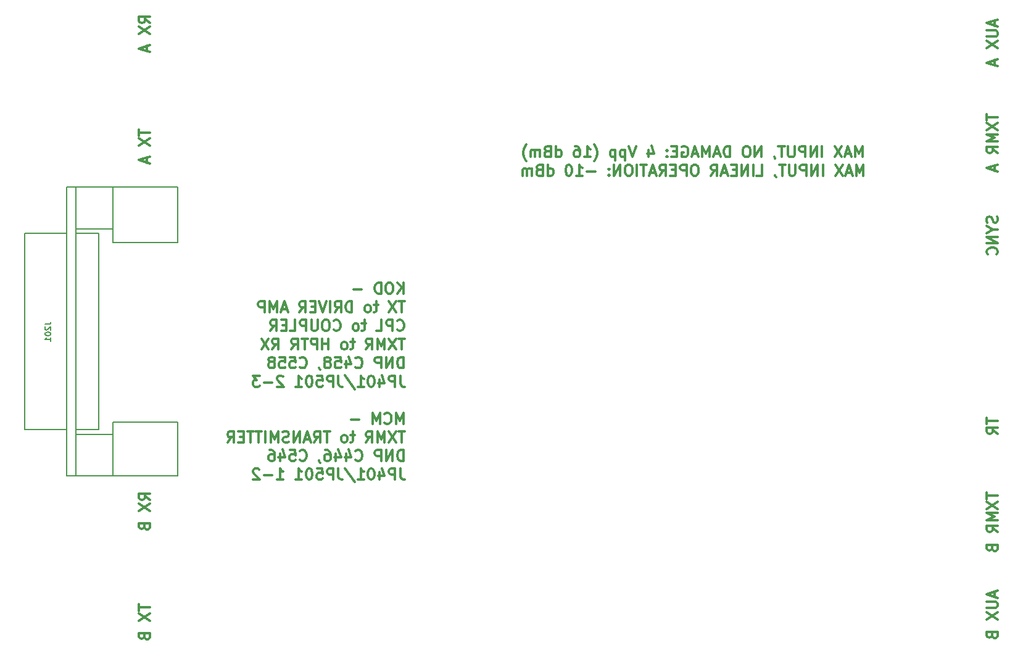
<source format=gbo>
G04 #@! TF.FileFunction,Legend,Bot*
%FSLAX46Y46*%
G04 Gerber Fmt 4.6, Leading zero omitted, Abs format (unit mm)*
G04 Created by KiCad (PCBNEW 4.0.7) date Tue Dec  5 10:08:44 2017*
%MOMM*%
%LPD*%
G01*
G04 APERTURE LIST*
%ADD10C,0.150000*%
%ADD11C,0.300000*%
G04 APERTURE END LIST*
D10*
D11*
X54018571Y-38921715D02*
X53304286Y-38421715D01*
X54018571Y-38064572D02*
X52518571Y-38064572D01*
X52518571Y-38636000D01*
X52590000Y-38778858D01*
X52661429Y-38850286D01*
X52804286Y-38921715D01*
X53018571Y-38921715D01*
X53161429Y-38850286D01*
X53232857Y-38778858D01*
X53304286Y-38636000D01*
X53304286Y-38064572D01*
X52518571Y-39421715D02*
X54018571Y-40421715D01*
X52518571Y-40421715D02*
X54018571Y-39421715D01*
X53590000Y-42064571D02*
X53590000Y-42778857D01*
X54018571Y-41921714D02*
X52518571Y-42421714D01*
X54018571Y-42921714D01*
X52518571Y-53522858D02*
X52518571Y-54380001D01*
X54018571Y-53951430D02*
X52518571Y-53951430D01*
X52518571Y-54737144D02*
X54018571Y-55737144D01*
X52518571Y-55737144D02*
X54018571Y-54737144D01*
X53590000Y-57380000D02*
X53590000Y-58094286D01*
X54018571Y-57237143D02*
X52518571Y-57737143D01*
X54018571Y-58237143D01*
X54018571Y-104346572D02*
X53304286Y-103846572D01*
X54018571Y-103489429D02*
X52518571Y-103489429D01*
X52518571Y-104060857D01*
X52590000Y-104203715D01*
X52661429Y-104275143D01*
X52804286Y-104346572D01*
X53018571Y-104346572D01*
X53161429Y-104275143D01*
X53232857Y-104203715D01*
X53304286Y-104060857D01*
X53304286Y-103489429D01*
X52518571Y-104846572D02*
X54018571Y-105846572D01*
X52518571Y-105846572D02*
X54018571Y-104846572D01*
X53232857Y-108060857D02*
X53304286Y-108275143D01*
X53375714Y-108346571D01*
X53518571Y-108418000D01*
X53732857Y-108418000D01*
X53875714Y-108346571D01*
X53947143Y-108275143D01*
X54018571Y-108132285D01*
X54018571Y-107560857D01*
X52518571Y-107560857D01*
X52518571Y-108060857D01*
X52590000Y-108203714D01*
X52661429Y-108275143D01*
X52804286Y-108346571D01*
X52947143Y-108346571D01*
X53090000Y-108275143D01*
X53161429Y-108203714D01*
X53232857Y-108060857D01*
X53232857Y-107560857D01*
X52518571Y-118693715D02*
X52518571Y-119550858D01*
X54018571Y-119122287D02*
X52518571Y-119122287D01*
X52518571Y-119908001D02*
X54018571Y-120908001D01*
X52518571Y-120908001D02*
X54018571Y-119908001D01*
X53232857Y-123122286D02*
X53304286Y-123336572D01*
X53375714Y-123408000D01*
X53518571Y-123479429D01*
X53732857Y-123479429D01*
X53875714Y-123408000D01*
X53947143Y-123336572D01*
X54018571Y-123193714D01*
X54018571Y-122622286D01*
X52518571Y-122622286D01*
X52518571Y-123122286D01*
X52590000Y-123265143D01*
X52661429Y-123336572D01*
X52804286Y-123408000D01*
X52947143Y-123408000D01*
X53090000Y-123336572D01*
X53161429Y-123265143D01*
X53232857Y-123122286D01*
X53232857Y-122622286D01*
X169922000Y-116963429D02*
X169922000Y-117677715D01*
X170350571Y-116820572D02*
X168850571Y-117320572D01*
X170350571Y-117820572D01*
X168850571Y-118320572D02*
X170064857Y-118320572D01*
X170207714Y-118392000D01*
X170279143Y-118463429D01*
X170350571Y-118606286D01*
X170350571Y-118892000D01*
X170279143Y-119034858D01*
X170207714Y-119106286D01*
X170064857Y-119177715D01*
X168850571Y-119177715D01*
X168850571Y-119749144D02*
X170350571Y-120749144D01*
X168850571Y-120749144D02*
X170350571Y-119749144D01*
X169564857Y-122963429D02*
X169636286Y-123177715D01*
X169707714Y-123249143D01*
X169850571Y-123320572D01*
X170064857Y-123320572D01*
X170207714Y-123249143D01*
X170279143Y-123177715D01*
X170350571Y-123034857D01*
X170350571Y-122463429D01*
X168850571Y-122463429D01*
X168850571Y-122963429D01*
X168922000Y-123106286D01*
X168993429Y-123177715D01*
X169136286Y-123249143D01*
X169279143Y-123249143D01*
X169422000Y-123177715D01*
X169493429Y-123106286D01*
X169564857Y-122963429D01*
X169564857Y-122463429D01*
X168850571Y-103370572D02*
X168850571Y-104227715D01*
X170350571Y-103799144D02*
X168850571Y-103799144D01*
X168850571Y-104584858D02*
X170350571Y-105584858D01*
X168850571Y-105584858D02*
X170350571Y-104584858D01*
X170350571Y-106156286D02*
X168850571Y-106156286D01*
X169922000Y-106656286D01*
X168850571Y-107156286D01*
X170350571Y-107156286D01*
X170350571Y-108727715D02*
X169636286Y-108227715D01*
X170350571Y-107870572D02*
X168850571Y-107870572D01*
X168850571Y-108442000D01*
X168922000Y-108584858D01*
X168993429Y-108656286D01*
X169136286Y-108727715D01*
X169350571Y-108727715D01*
X169493429Y-108656286D01*
X169564857Y-108584858D01*
X169636286Y-108442000D01*
X169636286Y-107870572D01*
X169564857Y-111013429D02*
X169636286Y-111227715D01*
X169707714Y-111299143D01*
X169850571Y-111370572D01*
X170064857Y-111370572D01*
X170207714Y-111299143D01*
X170279143Y-111227715D01*
X170350571Y-111084857D01*
X170350571Y-110513429D01*
X168850571Y-110513429D01*
X168850571Y-111013429D01*
X168922000Y-111156286D01*
X168993429Y-111227715D01*
X169136286Y-111299143D01*
X169279143Y-111299143D01*
X169422000Y-111227715D01*
X169493429Y-111156286D01*
X169564857Y-111013429D01*
X169564857Y-110513429D01*
X168850571Y-93055429D02*
X168850571Y-93912572D01*
X170350571Y-93484001D02*
X168850571Y-93484001D01*
X170350571Y-95269715D02*
X169636286Y-94769715D01*
X170350571Y-94412572D02*
X168850571Y-94412572D01*
X168850571Y-94984000D01*
X168922000Y-95126858D01*
X168993429Y-95198286D01*
X169136286Y-95269715D01*
X169350571Y-95269715D01*
X169493429Y-95198286D01*
X169564857Y-95126858D01*
X169636286Y-94984000D01*
X169636286Y-94412572D01*
X170279143Y-65464857D02*
X170350571Y-65679143D01*
X170350571Y-66036286D01*
X170279143Y-66179143D01*
X170207714Y-66250572D01*
X170064857Y-66322000D01*
X169922000Y-66322000D01*
X169779143Y-66250572D01*
X169707714Y-66179143D01*
X169636286Y-66036286D01*
X169564857Y-65750572D01*
X169493429Y-65607714D01*
X169422000Y-65536286D01*
X169279143Y-65464857D01*
X169136286Y-65464857D01*
X168993429Y-65536286D01*
X168922000Y-65607714D01*
X168850571Y-65750572D01*
X168850571Y-66107714D01*
X168922000Y-66322000D01*
X169636286Y-67250571D02*
X170350571Y-67250571D01*
X168850571Y-66750571D02*
X169636286Y-67250571D01*
X168850571Y-67750571D01*
X170350571Y-68250571D02*
X168850571Y-68250571D01*
X170350571Y-69107714D01*
X168850571Y-69107714D01*
X170207714Y-70679143D02*
X170279143Y-70607714D01*
X170350571Y-70393428D01*
X170350571Y-70250571D01*
X170279143Y-70036286D01*
X170136286Y-69893428D01*
X169993429Y-69822000D01*
X169707714Y-69750571D01*
X169493429Y-69750571D01*
X169207714Y-69822000D01*
X169064857Y-69893428D01*
X168922000Y-70036286D01*
X168850571Y-70250571D01*
X168850571Y-70393428D01*
X168922000Y-70607714D01*
X168993429Y-70679143D01*
X168850571Y-51407715D02*
X168850571Y-52264858D01*
X170350571Y-51836287D02*
X168850571Y-51836287D01*
X168850571Y-52622001D02*
X170350571Y-53622001D01*
X168850571Y-53622001D02*
X170350571Y-52622001D01*
X170350571Y-54193429D02*
X168850571Y-54193429D01*
X169922000Y-54693429D01*
X168850571Y-55193429D01*
X170350571Y-55193429D01*
X170350571Y-56764858D02*
X169636286Y-56264858D01*
X170350571Y-55907715D02*
X168850571Y-55907715D01*
X168850571Y-56479143D01*
X168922000Y-56622001D01*
X168993429Y-56693429D01*
X169136286Y-56764858D01*
X169350571Y-56764858D01*
X169493429Y-56693429D01*
X169564857Y-56622001D01*
X169636286Y-56479143D01*
X169636286Y-55907715D01*
X169922000Y-58479143D02*
X169922000Y-59193429D01*
X170350571Y-58336286D02*
X168850571Y-58836286D01*
X170350571Y-59336286D01*
X169922000Y-38584572D02*
X169922000Y-39298858D01*
X170350571Y-38441715D02*
X168850571Y-38941715D01*
X170350571Y-39441715D01*
X168850571Y-39941715D02*
X170064857Y-39941715D01*
X170207714Y-40013143D01*
X170279143Y-40084572D01*
X170350571Y-40227429D01*
X170350571Y-40513143D01*
X170279143Y-40656001D01*
X170207714Y-40727429D01*
X170064857Y-40798858D01*
X168850571Y-40798858D01*
X168850571Y-41370287D02*
X170350571Y-42370287D01*
X168850571Y-42370287D02*
X170350571Y-41370287D01*
X169922000Y-44013143D02*
X169922000Y-44727429D01*
X170350571Y-43870286D02*
X168850571Y-44370286D01*
X170350571Y-44870286D01*
X88796857Y-76066571D02*
X88796857Y-74566571D01*
X87939714Y-76066571D02*
X88582571Y-75209429D01*
X87939714Y-74566571D02*
X88796857Y-75423714D01*
X87011143Y-74566571D02*
X86725429Y-74566571D01*
X86582571Y-74638000D01*
X86439714Y-74780857D01*
X86368286Y-75066571D01*
X86368286Y-75566571D01*
X86439714Y-75852286D01*
X86582571Y-75995143D01*
X86725429Y-76066571D01*
X87011143Y-76066571D01*
X87154000Y-75995143D01*
X87296857Y-75852286D01*
X87368286Y-75566571D01*
X87368286Y-75066571D01*
X87296857Y-74780857D01*
X87154000Y-74638000D01*
X87011143Y-74566571D01*
X85725428Y-76066571D02*
X85725428Y-74566571D01*
X85368285Y-74566571D01*
X85154000Y-74638000D01*
X85011142Y-74780857D01*
X84939714Y-74923714D01*
X84868285Y-75209429D01*
X84868285Y-75423714D01*
X84939714Y-75709429D01*
X85011142Y-75852286D01*
X85154000Y-75995143D01*
X85368285Y-76066571D01*
X85725428Y-76066571D01*
X83082571Y-75495143D02*
X81939714Y-75495143D01*
X89011143Y-77116571D02*
X88154000Y-77116571D01*
X88582571Y-78616571D02*
X88582571Y-77116571D01*
X87796857Y-77116571D02*
X86796857Y-78616571D01*
X86796857Y-77116571D02*
X87796857Y-78616571D01*
X85296858Y-77616571D02*
X84725429Y-77616571D01*
X85082572Y-77116571D02*
X85082572Y-78402286D01*
X85011144Y-78545143D01*
X84868286Y-78616571D01*
X84725429Y-78616571D01*
X84011143Y-78616571D02*
X84154001Y-78545143D01*
X84225429Y-78473714D01*
X84296858Y-78330857D01*
X84296858Y-77902286D01*
X84225429Y-77759429D01*
X84154001Y-77688000D01*
X84011143Y-77616571D01*
X83796858Y-77616571D01*
X83654001Y-77688000D01*
X83582572Y-77759429D01*
X83511143Y-77902286D01*
X83511143Y-78330857D01*
X83582572Y-78473714D01*
X83654001Y-78545143D01*
X83796858Y-78616571D01*
X84011143Y-78616571D01*
X81725429Y-78616571D02*
X81725429Y-77116571D01*
X81368286Y-77116571D01*
X81154001Y-77188000D01*
X81011143Y-77330857D01*
X80939715Y-77473714D01*
X80868286Y-77759429D01*
X80868286Y-77973714D01*
X80939715Y-78259429D01*
X81011143Y-78402286D01*
X81154001Y-78545143D01*
X81368286Y-78616571D01*
X81725429Y-78616571D01*
X79368286Y-78616571D02*
X79868286Y-77902286D01*
X80225429Y-78616571D02*
X80225429Y-77116571D01*
X79654001Y-77116571D01*
X79511143Y-77188000D01*
X79439715Y-77259429D01*
X79368286Y-77402286D01*
X79368286Y-77616571D01*
X79439715Y-77759429D01*
X79511143Y-77830857D01*
X79654001Y-77902286D01*
X80225429Y-77902286D01*
X78725429Y-78616571D02*
X78725429Y-77116571D01*
X78225429Y-77116571D02*
X77725429Y-78616571D01*
X77225429Y-77116571D01*
X76725429Y-77830857D02*
X76225429Y-77830857D01*
X76011143Y-78616571D02*
X76725429Y-78616571D01*
X76725429Y-77116571D01*
X76011143Y-77116571D01*
X74511143Y-78616571D02*
X75011143Y-77902286D01*
X75368286Y-78616571D02*
X75368286Y-77116571D01*
X74796858Y-77116571D01*
X74654000Y-77188000D01*
X74582572Y-77259429D01*
X74511143Y-77402286D01*
X74511143Y-77616571D01*
X74582572Y-77759429D01*
X74654000Y-77830857D01*
X74796858Y-77902286D01*
X75368286Y-77902286D01*
X72796858Y-78188000D02*
X72082572Y-78188000D01*
X72939715Y-78616571D02*
X72439715Y-77116571D01*
X71939715Y-78616571D01*
X71439715Y-78616571D02*
X71439715Y-77116571D01*
X70939715Y-78188000D01*
X70439715Y-77116571D01*
X70439715Y-78616571D01*
X69725429Y-78616571D02*
X69725429Y-77116571D01*
X69154001Y-77116571D01*
X69011143Y-77188000D01*
X68939715Y-77259429D01*
X68868286Y-77402286D01*
X68868286Y-77616571D01*
X68939715Y-77759429D01*
X69011143Y-77830857D01*
X69154001Y-77902286D01*
X69725429Y-77902286D01*
X87939714Y-81023714D02*
X88011143Y-81095143D01*
X88225429Y-81166571D01*
X88368286Y-81166571D01*
X88582571Y-81095143D01*
X88725429Y-80952286D01*
X88796857Y-80809429D01*
X88868286Y-80523714D01*
X88868286Y-80309429D01*
X88796857Y-80023714D01*
X88725429Y-79880857D01*
X88582571Y-79738000D01*
X88368286Y-79666571D01*
X88225429Y-79666571D01*
X88011143Y-79738000D01*
X87939714Y-79809429D01*
X87296857Y-81166571D02*
X87296857Y-79666571D01*
X86725429Y-79666571D01*
X86582571Y-79738000D01*
X86511143Y-79809429D01*
X86439714Y-79952286D01*
X86439714Y-80166571D01*
X86511143Y-80309429D01*
X86582571Y-80380857D01*
X86725429Y-80452286D01*
X87296857Y-80452286D01*
X85082571Y-81166571D02*
X85796857Y-81166571D01*
X85796857Y-79666571D01*
X83654000Y-80166571D02*
X83082571Y-80166571D01*
X83439714Y-79666571D02*
X83439714Y-80952286D01*
X83368286Y-81095143D01*
X83225428Y-81166571D01*
X83082571Y-81166571D01*
X82368285Y-81166571D02*
X82511143Y-81095143D01*
X82582571Y-81023714D01*
X82654000Y-80880857D01*
X82654000Y-80452286D01*
X82582571Y-80309429D01*
X82511143Y-80238000D01*
X82368285Y-80166571D01*
X82154000Y-80166571D01*
X82011143Y-80238000D01*
X81939714Y-80309429D01*
X81868285Y-80452286D01*
X81868285Y-80880857D01*
X81939714Y-81023714D01*
X82011143Y-81095143D01*
X82154000Y-81166571D01*
X82368285Y-81166571D01*
X79225428Y-81023714D02*
X79296857Y-81095143D01*
X79511143Y-81166571D01*
X79654000Y-81166571D01*
X79868285Y-81095143D01*
X80011143Y-80952286D01*
X80082571Y-80809429D01*
X80154000Y-80523714D01*
X80154000Y-80309429D01*
X80082571Y-80023714D01*
X80011143Y-79880857D01*
X79868285Y-79738000D01*
X79654000Y-79666571D01*
X79511143Y-79666571D01*
X79296857Y-79738000D01*
X79225428Y-79809429D01*
X78296857Y-79666571D02*
X78011143Y-79666571D01*
X77868285Y-79738000D01*
X77725428Y-79880857D01*
X77654000Y-80166571D01*
X77654000Y-80666571D01*
X77725428Y-80952286D01*
X77868285Y-81095143D01*
X78011143Y-81166571D01*
X78296857Y-81166571D01*
X78439714Y-81095143D01*
X78582571Y-80952286D01*
X78654000Y-80666571D01*
X78654000Y-80166571D01*
X78582571Y-79880857D01*
X78439714Y-79738000D01*
X78296857Y-79666571D01*
X77011142Y-79666571D02*
X77011142Y-80880857D01*
X76939714Y-81023714D01*
X76868285Y-81095143D01*
X76725428Y-81166571D01*
X76439714Y-81166571D01*
X76296856Y-81095143D01*
X76225428Y-81023714D01*
X76153999Y-80880857D01*
X76153999Y-79666571D01*
X75439713Y-81166571D02*
X75439713Y-79666571D01*
X74868285Y-79666571D01*
X74725427Y-79738000D01*
X74653999Y-79809429D01*
X74582570Y-79952286D01*
X74582570Y-80166571D01*
X74653999Y-80309429D01*
X74725427Y-80380857D01*
X74868285Y-80452286D01*
X75439713Y-80452286D01*
X73225427Y-81166571D02*
X73939713Y-81166571D01*
X73939713Y-79666571D01*
X72725427Y-80380857D02*
X72225427Y-80380857D01*
X72011141Y-81166571D02*
X72725427Y-81166571D01*
X72725427Y-79666571D01*
X72011141Y-79666571D01*
X70511141Y-81166571D02*
X71011141Y-80452286D01*
X71368284Y-81166571D02*
X71368284Y-79666571D01*
X70796856Y-79666571D01*
X70653998Y-79738000D01*
X70582570Y-79809429D01*
X70511141Y-79952286D01*
X70511141Y-80166571D01*
X70582570Y-80309429D01*
X70653998Y-80380857D01*
X70796856Y-80452286D01*
X71368284Y-80452286D01*
X89011143Y-82216571D02*
X88154000Y-82216571D01*
X88582571Y-83716571D02*
X88582571Y-82216571D01*
X87796857Y-82216571D02*
X86796857Y-83716571D01*
X86796857Y-82216571D02*
X87796857Y-83716571D01*
X86225429Y-83716571D02*
X86225429Y-82216571D01*
X85725429Y-83288000D01*
X85225429Y-82216571D01*
X85225429Y-83716571D01*
X83654000Y-83716571D02*
X84154000Y-83002286D01*
X84511143Y-83716571D02*
X84511143Y-82216571D01*
X83939715Y-82216571D01*
X83796857Y-82288000D01*
X83725429Y-82359429D01*
X83654000Y-82502286D01*
X83654000Y-82716571D01*
X83725429Y-82859429D01*
X83796857Y-82930857D01*
X83939715Y-83002286D01*
X84511143Y-83002286D01*
X82082572Y-82716571D02*
X81511143Y-82716571D01*
X81868286Y-82216571D02*
X81868286Y-83502286D01*
X81796858Y-83645143D01*
X81654000Y-83716571D01*
X81511143Y-83716571D01*
X80796857Y-83716571D02*
X80939715Y-83645143D01*
X81011143Y-83573714D01*
X81082572Y-83430857D01*
X81082572Y-83002286D01*
X81011143Y-82859429D01*
X80939715Y-82788000D01*
X80796857Y-82716571D01*
X80582572Y-82716571D01*
X80439715Y-82788000D01*
X80368286Y-82859429D01*
X80296857Y-83002286D01*
X80296857Y-83430857D01*
X80368286Y-83573714D01*
X80439715Y-83645143D01*
X80582572Y-83716571D01*
X80796857Y-83716571D01*
X78511143Y-83716571D02*
X78511143Y-82216571D01*
X78511143Y-82930857D02*
X77654000Y-82930857D01*
X77654000Y-83716571D02*
X77654000Y-82216571D01*
X76939714Y-83716571D02*
X76939714Y-82216571D01*
X76368286Y-82216571D01*
X76225428Y-82288000D01*
X76154000Y-82359429D01*
X76082571Y-82502286D01*
X76082571Y-82716571D01*
X76154000Y-82859429D01*
X76225428Y-82930857D01*
X76368286Y-83002286D01*
X76939714Y-83002286D01*
X75654000Y-82216571D02*
X74796857Y-82216571D01*
X75225428Y-83716571D02*
X75225428Y-82216571D01*
X73439714Y-83716571D02*
X73939714Y-83002286D01*
X74296857Y-83716571D02*
X74296857Y-82216571D01*
X73725429Y-82216571D01*
X73582571Y-82288000D01*
X73511143Y-82359429D01*
X73439714Y-82502286D01*
X73439714Y-82716571D01*
X73511143Y-82859429D01*
X73582571Y-82930857D01*
X73725429Y-83002286D01*
X74296857Y-83002286D01*
X70796857Y-83716571D02*
X71296857Y-83002286D01*
X71654000Y-83716571D02*
X71654000Y-82216571D01*
X71082572Y-82216571D01*
X70939714Y-82288000D01*
X70868286Y-82359429D01*
X70796857Y-82502286D01*
X70796857Y-82716571D01*
X70868286Y-82859429D01*
X70939714Y-82930857D01*
X71082572Y-83002286D01*
X71654000Y-83002286D01*
X70296857Y-82216571D02*
X69296857Y-83716571D01*
X69296857Y-82216571D02*
X70296857Y-83716571D01*
X88796857Y-86266571D02*
X88796857Y-84766571D01*
X88439714Y-84766571D01*
X88225429Y-84838000D01*
X88082571Y-84980857D01*
X88011143Y-85123714D01*
X87939714Y-85409429D01*
X87939714Y-85623714D01*
X88011143Y-85909429D01*
X88082571Y-86052286D01*
X88225429Y-86195143D01*
X88439714Y-86266571D01*
X88796857Y-86266571D01*
X87296857Y-86266571D02*
X87296857Y-84766571D01*
X86439714Y-86266571D01*
X86439714Y-84766571D01*
X85725428Y-86266571D02*
X85725428Y-84766571D01*
X85154000Y-84766571D01*
X85011142Y-84838000D01*
X84939714Y-84909429D01*
X84868285Y-85052286D01*
X84868285Y-85266571D01*
X84939714Y-85409429D01*
X85011142Y-85480857D01*
X85154000Y-85552286D01*
X85725428Y-85552286D01*
X82225428Y-86123714D02*
X82296857Y-86195143D01*
X82511143Y-86266571D01*
X82654000Y-86266571D01*
X82868285Y-86195143D01*
X83011143Y-86052286D01*
X83082571Y-85909429D01*
X83154000Y-85623714D01*
X83154000Y-85409429D01*
X83082571Y-85123714D01*
X83011143Y-84980857D01*
X82868285Y-84838000D01*
X82654000Y-84766571D01*
X82511143Y-84766571D01*
X82296857Y-84838000D01*
X82225428Y-84909429D01*
X80939714Y-85266571D02*
X80939714Y-86266571D01*
X81296857Y-84695143D02*
X81654000Y-85766571D01*
X80725428Y-85766571D01*
X79439714Y-84766571D02*
X80154000Y-84766571D01*
X80225429Y-85480857D01*
X80154000Y-85409429D01*
X80011143Y-85338000D01*
X79654000Y-85338000D01*
X79511143Y-85409429D01*
X79439714Y-85480857D01*
X79368286Y-85623714D01*
X79368286Y-85980857D01*
X79439714Y-86123714D01*
X79511143Y-86195143D01*
X79654000Y-86266571D01*
X80011143Y-86266571D01*
X80154000Y-86195143D01*
X80225429Y-86123714D01*
X78511143Y-85409429D02*
X78654001Y-85338000D01*
X78725429Y-85266571D01*
X78796858Y-85123714D01*
X78796858Y-85052286D01*
X78725429Y-84909429D01*
X78654001Y-84838000D01*
X78511143Y-84766571D01*
X78225429Y-84766571D01*
X78082572Y-84838000D01*
X78011143Y-84909429D01*
X77939715Y-85052286D01*
X77939715Y-85123714D01*
X78011143Y-85266571D01*
X78082572Y-85338000D01*
X78225429Y-85409429D01*
X78511143Y-85409429D01*
X78654001Y-85480857D01*
X78725429Y-85552286D01*
X78796858Y-85695143D01*
X78796858Y-85980857D01*
X78725429Y-86123714D01*
X78654001Y-86195143D01*
X78511143Y-86266571D01*
X78225429Y-86266571D01*
X78082572Y-86195143D01*
X78011143Y-86123714D01*
X77939715Y-85980857D01*
X77939715Y-85695143D01*
X78011143Y-85552286D01*
X78082572Y-85480857D01*
X78225429Y-85409429D01*
X77225430Y-86195143D02*
X77225430Y-86266571D01*
X77296858Y-86409429D01*
X77368287Y-86480857D01*
X74582572Y-86123714D02*
X74654001Y-86195143D01*
X74868287Y-86266571D01*
X75011144Y-86266571D01*
X75225429Y-86195143D01*
X75368287Y-86052286D01*
X75439715Y-85909429D01*
X75511144Y-85623714D01*
X75511144Y-85409429D01*
X75439715Y-85123714D01*
X75368287Y-84980857D01*
X75225429Y-84838000D01*
X75011144Y-84766571D01*
X74868287Y-84766571D01*
X74654001Y-84838000D01*
X74582572Y-84909429D01*
X73225429Y-84766571D02*
X73939715Y-84766571D01*
X74011144Y-85480857D01*
X73939715Y-85409429D01*
X73796858Y-85338000D01*
X73439715Y-85338000D01*
X73296858Y-85409429D01*
X73225429Y-85480857D01*
X73154001Y-85623714D01*
X73154001Y-85980857D01*
X73225429Y-86123714D01*
X73296858Y-86195143D01*
X73439715Y-86266571D01*
X73796858Y-86266571D01*
X73939715Y-86195143D01*
X74011144Y-86123714D01*
X71796858Y-84766571D02*
X72511144Y-84766571D01*
X72582573Y-85480857D01*
X72511144Y-85409429D01*
X72368287Y-85338000D01*
X72011144Y-85338000D01*
X71868287Y-85409429D01*
X71796858Y-85480857D01*
X71725430Y-85623714D01*
X71725430Y-85980857D01*
X71796858Y-86123714D01*
X71868287Y-86195143D01*
X72011144Y-86266571D01*
X72368287Y-86266571D01*
X72511144Y-86195143D01*
X72582573Y-86123714D01*
X70868287Y-85409429D02*
X71011145Y-85338000D01*
X71082573Y-85266571D01*
X71154002Y-85123714D01*
X71154002Y-85052286D01*
X71082573Y-84909429D01*
X71011145Y-84838000D01*
X70868287Y-84766571D01*
X70582573Y-84766571D01*
X70439716Y-84838000D01*
X70368287Y-84909429D01*
X70296859Y-85052286D01*
X70296859Y-85123714D01*
X70368287Y-85266571D01*
X70439716Y-85338000D01*
X70582573Y-85409429D01*
X70868287Y-85409429D01*
X71011145Y-85480857D01*
X71082573Y-85552286D01*
X71154002Y-85695143D01*
X71154002Y-85980857D01*
X71082573Y-86123714D01*
X71011145Y-86195143D01*
X70868287Y-86266571D01*
X70582573Y-86266571D01*
X70439716Y-86195143D01*
X70368287Y-86123714D01*
X70296859Y-85980857D01*
X70296859Y-85695143D01*
X70368287Y-85552286D01*
X70439716Y-85480857D01*
X70582573Y-85409429D01*
X88368286Y-87316571D02*
X88368286Y-88388000D01*
X88439714Y-88602286D01*
X88582571Y-88745143D01*
X88796857Y-88816571D01*
X88939714Y-88816571D01*
X87654000Y-88816571D02*
X87654000Y-87316571D01*
X87082572Y-87316571D01*
X86939714Y-87388000D01*
X86868286Y-87459429D01*
X86796857Y-87602286D01*
X86796857Y-87816571D01*
X86868286Y-87959429D01*
X86939714Y-88030857D01*
X87082572Y-88102286D01*
X87654000Y-88102286D01*
X85511143Y-87816571D02*
X85511143Y-88816571D01*
X85868286Y-87245143D02*
X86225429Y-88316571D01*
X85296857Y-88316571D01*
X84439715Y-87316571D02*
X84296858Y-87316571D01*
X84154001Y-87388000D01*
X84082572Y-87459429D01*
X84011143Y-87602286D01*
X83939715Y-87888000D01*
X83939715Y-88245143D01*
X84011143Y-88530857D01*
X84082572Y-88673714D01*
X84154001Y-88745143D01*
X84296858Y-88816571D01*
X84439715Y-88816571D01*
X84582572Y-88745143D01*
X84654001Y-88673714D01*
X84725429Y-88530857D01*
X84796858Y-88245143D01*
X84796858Y-87888000D01*
X84725429Y-87602286D01*
X84654001Y-87459429D01*
X84582572Y-87388000D01*
X84439715Y-87316571D01*
X82511144Y-88816571D02*
X83368287Y-88816571D01*
X82939715Y-88816571D02*
X82939715Y-87316571D01*
X83082572Y-87530857D01*
X83225430Y-87673714D01*
X83368287Y-87745143D01*
X80796859Y-87245143D02*
X82082573Y-89173714D01*
X79868287Y-87316571D02*
X79868287Y-88388000D01*
X79939715Y-88602286D01*
X80082572Y-88745143D01*
X80296858Y-88816571D01*
X80439715Y-88816571D01*
X79154001Y-88816571D02*
X79154001Y-87316571D01*
X78582573Y-87316571D01*
X78439715Y-87388000D01*
X78368287Y-87459429D01*
X78296858Y-87602286D01*
X78296858Y-87816571D01*
X78368287Y-87959429D01*
X78439715Y-88030857D01*
X78582573Y-88102286D01*
X79154001Y-88102286D01*
X76939715Y-87316571D02*
X77654001Y-87316571D01*
X77725430Y-88030857D01*
X77654001Y-87959429D01*
X77511144Y-87888000D01*
X77154001Y-87888000D01*
X77011144Y-87959429D01*
X76939715Y-88030857D01*
X76868287Y-88173714D01*
X76868287Y-88530857D01*
X76939715Y-88673714D01*
X77011144Y-88745143D01*
X77154001Y-88816571D01*
X77511144Y-88816571D01*
X77654001Y-88745143D01*
X77725430Y-88673714D01*
X75939716Y-87316571D02*
X75796859Y-87316571D01*
X75654002Y-87388000D01*
X75582573Y-87459429D01*
X75511144Y-87602286D01*
X75439716Y-87888000D01*
X75439716Y-88245143D01*
X75511144Y-88530857D01*
X75582573Y-88673714D01*
X75654002Y-88745143D01*
X75796859Y-88816571D01*
X75939716Y-88816571D01*
X76082573Y-88745143D01*
X76154002Y-88673714D01*
X76225430Y-88530857D01*
X76296859Y-88245143D01*
X76296859Y-87888000D01*
X76225430Y-87602286D01*
X76154002Y-87459429D01*
X76082573Y-87388000D01*
X75939716Y-87316571D01*
X74011145Y-88816571D02*
X74868288Y-88816571D01*
X74439716Y-88816571D02*
X74439716Y-87316571D01*
X74582573Y-87530857D01*
X74725431Y-87673714D01*
X74868288Y-87745143D01*
X72296860Y-87459429D02*
X72225431Y-87388000D01*
X72082574Y-87316571D01*
X71725431Y-87316571D01*
X71582574Y-87388000D01*
X71511145Y-87459429D01*
X71439717Y-87602286D01*
X71439717Y-87745143D01*
X71511145Y-87959429D01*
X72368288Y-88816571D01*
X71439717Y-88816571D01*
X70796860Y-88245143D02*
X69654003Y-88245143D01*
X69082574Y-87316571D02*
X68154003Y-87316571D01*
X68654003Y-87888000D01*
X68439717Y-87888000D01*
X68296860Y-87959429D01*
X68225431Y-88030857D01*
X68154003Y-88173714D01*
X68154003Y-88530857D01*
X68225431Y-88673714D01*
X68296860Y-88745143D01*
X68439717Y-88816571D01*
X68868289Y-88816571D01*
X69011146Y-88745143D01*
X69082574Y-88673714D01*
X88796857Y-93916571D02*
X88796857Y-92416571D01*
X88296857Y-93488000D01*
X87796857Y-92416571D01*
X87796857Y-93916571D01*
X86225428Y-93773714D02*
X86296857Y-93845143D01*
X86511143Y-93916571D01*
X86654000Y-93916571D01*
X86868285Y-93845143D01*
X87011143Y-93702286D01*
X87082571Y-93559429D01*
X87154000Y-93273714D01*
X87154000Y-93059429D01*
X87082571Y-92773714D01*
X87011143Y-92630857D01*
X86868285Y-92488000D01*
X86654000Y-92416571D01*
X86511143Y-92416571D01*
X86296857Y-92488000D01*
X86225428Y-92559429D01*
X85582571Y-93916571D02*
X85582571Y-92416571D01*
X85082571Y-93488000D01*
X84582571Y-92416571D01*
X84582571Y-93916571D01*
X82725428Y-93345143D02*
X81582571Y-93345143D01*
X89011143Y-94966571D02*
X88154000Y-94966571D01*
X88582571Y-96466571D02*
X88582571Y-94966571D01*
X87796857Y-94966571D02*
X86796857Y-96466571D01*
X86796857Y-94966571D02*
X87796857Y-96466571D01*
X86225429Y-96466571D02*
X86225429Y-94966571D01*
X85725429Y-96038000D01*
X85225429Y-94966571D01*
X85225429Y-96466571D01*
X83654000Y-96466571D02*
X84154000Y-95752286D01*
X84511143Y-96466571D02*
X84511143Y-94966571D01*
X83939715Y-94966571D01*
X83796857Y-95038000D01*
X83725429Y-95109429D01*
X83654000Y-95252286D01*
X83654000Y-95466571D01*
X83725429Y-95609429D01*
X83796857Y-95680857D01*
X83939715Y-95752286D01*
X84511143Y-95752286D01*
X82082572Y-95466571D02*
X81511143Y-95466571D01*
X81868286Y-94966571D02*
X81868286Y-96252286D01*
X81796858Y-96395143D01*
X81654000Y-96466571D01*
X81511143Y-96466571D01*
X80796857Y-96466571D02*
X80939715Y-96395143D01*
X81011143Y-96323714D01*
X81082572Y-96180857D01*
X81082572Y-95752286D01*
X81011143Y-95609429D01*
X80939715Y-95538000D01*
X80796857Y-95466571D01*
X80582572Y-95466571D01*
X80439715Y-95538000D01*
X80368286Y-95609429D01*
X80296857Y-95752286D01*
X80296857Y-96180857D01*
X80368286Y-96323714D01*
X80439715Y-96395143D01*
X80582572Y-96466571D01*
X80796857Y-96466571D01*
X78725429Y-94966571D02*
X77868286Y-94966571D01*
X78296857Y-96466571D02*
X78296857Y-94966571D01*
X76511143Y-96466571D02*
X77011143Y-95752286D01*
X77368286Y-96466571D02*
X77368286Y-94966571D01*
X76796858Y-94966571D01*
X76654000Y-95038000D01*
X76582572Y-95109429D01*
X76511143Y-95252286D01*
X76511143Y-95466571D01*
X76582572Y-95609429D01*
X76654000Y-95680857D01*
X76796858Y-95752286D01*
X77368286Y-95752286D01*
X75939715Y-96038000D02*
X75225429Y-96038000D01*
X76082572Y-96466571D02*
X75582572Y-94966571D01*
X75082572Y-96466571D01*
X74582572Y-96466571D02*
X74582572Y-94966571D01*
X73725429Y-96466571D01*
X73725429Y-94966571D01*
X73082572Y-96395143D02*
X72868286Y-96466571D01*
X72511143Y-96466571D01*
X72368286Y-96395143D01*
X72296857Y-96323714D01*
X72225429Y-96180857D01*
X72225429Y-96038000D01*
X72296857Y-95895143D01*
X72368286Y-95823714D01*
X72511143Y-95752286D01*
X72796857Y-95680857D01*
X72939715Y-95609429D01*
X73011143Y-95538000D01*
X73082572Y-95395143D01*
X73082572Y-95252286D01*
X73011143Y-95109429D01*
X72939715Y-95038000D01*
X72796857Y-94966571D01*
X72439715Y-94966571D01*
X72225429Y-95038000D01*
X71582572Y-96466571D02*
X71582572Y-94966571D01*
X71082572Y-96038000D01*
X70582572Y-94966571D01*
X70582572Y-96466571D01*
X69868286Y-96466571D02*
X69868286Y-94966571D01*
X69368286Y-94966571D02*
X68511143Y-94966571D01*
X68939714Y-96466571D02*
X68939714Y-94966571D01*
X68225429Y-94966571D02*
X67368286Y-94966571D01*
X67796857Y-96466571D02*
X67796857Y-94966571D01*
X66868286Y-95680857D02*
X66368286Y-95680857D01*
X66154000Y-96466571D02*
X66868286Y-96466571D01*
X66868286Y-94966571D01*
X66154000Y-94966571D01*
X64654000Y-96466571D02*
X65154000Y-95752286D01*
X65511143Y-96466571D02*
X65511143Y-94966571D01*
X64939715Y-94966571D01*
X64796857Y-95038000D01*
X64725429Y-95109429D01*
X64654000Y-95252286D01*
X64654000Y-95466571D01*
X64725429Y-95609429D01*
X64796857Y-95680857D01*
X64939715Y-95752286D01*
X65511143Y-95752286D01*
X88796857Y-99016571D02*
X88796857Y-97516571D01*
X88439714Y-97516571D01*
X88225429Y-97588000D01*
X88082571Y-97730857D01*
X88011143Y-97873714D01*
X87939714Y-98159429D01*
X87939714Y-98373714D01*
X88011143Y-98659429D01*
X88082571Y-98802286D01*
X88225429Y-98945143D01*
X88439714Y-99016571D01*
X88796857Y-99016571D01*
X87296857Y-99016571D02*
X87296857Y-97516571D01*
X86439714Y-99016571D01*
X86439714Y-97516571D01*
X85725428Y-99016571D02*
X85725428Y-97516571D01*
X85154000Y-97516571D01*
X85011142Y-97588000D01*
X84939714Y-97659429D01*
X84868285Y-97802286D01*
X84868285Y-98016571D01*
X84939714Y-98159429D01*
X85011142Y-98230857D01*
X85154000Y-98302286D01*
X85725428Y-98302286D01*
X82225428Y-98873714D02*
X82296857Y-98945143D01*
X82511143Y-99016571D01*
X82654000Y-99016571D01*
X82868285Y-98945143D01*
X83011143Y-98802286D01*
X83082571Y-98659429D01*
X83154000Y-98373714D01*
X83154000Y-98159429D01*
X83082571Y-97873714D01*
X83011143Y-97730857D01*
X82868285Y-97588000D01*
X82654000Y-97516571D01*
X82511143Y-97516571D01*
X82296857Y-97588000D01*
X82225428Y-97659429D01*
X80939714Y-98016571D02*
X80939714Y-99016571D01*
X81296857Y-97445143D02*
X81654000Y-98516571D01*
X80725428Y-98516571D01*
X79511143Y-98016571D02*
X79511143Y-99016571D01*
X79868286Y-97445143D02*
X80225429Y-98516571D01*
X79296857Y-98516571D01*
X78082572Y-97516571D02*
X78368286Y-97516571D01*
X78511143Y-97588000D01*
X78582572Y-97659429D01*
X78725429Y-97873714D01*
X78796858Y-98159429D01*
X78796858Y-98730857D01*
X78725429Y-98873714D01*
X78654001Y-98945143D01*
X78511143Y-99016571D01*
X78225429Y-99016571D01*
X78082572Y-98945143D01*
X78011143Y-98873714D01*
X77939715Y-98730857D01*
X77939715Y-98373714D01*
X78011143Y-98230857D01*
X78082572Y-98159429D01*
X78225429Y-98088000D01*
X78511143Y-98088000D01*
X78654001Y-98159429D01*
X78725429Y-98230857D01*
X78796858Y-98373714D01*
X77225430Y-98945143D02*
X77225430Y-99016571D01*
X77296858Y-99159429D01*
X77368287Y-99230857D01*
X74582572Y-98873714D02*
X74654001Y-98945143D01*
X74868287Y-99016571D01*
X75011144Y-99016571D01*
X75225429Y-98945143D01*
X75368287Y-98802286D01*
X75439715Y-98659429D01*
X75511144Y-98373714D01*
X75511144Y-98159429D01*
X75439715Y-97873714D01*
X75368287Y-97730857D01*
X75225429Y-97588000D01*
X75011144Y-97516571D01*
X74868287Y-97516571D01*
X74654001Y-97588000D01*
X74582572Y-97659429D01*
X73225429Y-97516571D02*
X73939715Y-97516571D01*
X74011144Y-98230857D01*
X73939715Y-98159429D01*
X73796858Y-98088000D01*
X73439715Y-98088000D01*
X73296858Y-98159429D01*
X73225429Y-98230857D01*
X73154001Y-98373714D01*
X73154001Y-98730857D01*
X73225429Y-98873714D01*
X73296858Y-98945143D01*
X73439715Y-99016571D01*
X73796858Y-99016571D01*
X73939715Y-98945143D01*
X74011144Y-98873714D01*
X71868287Y-98016571D02*
X71868287Y-99016571D01*
X72225430Y-97445143D02*
X72582573Y-98516571D01*
X71654001Y-98516571D01*
X70439716Y-97516571D02*
X70725430Y-97516571D01*
X70868287Y-97588000D01*
X70939716Y-97659429D01*
X71082573Y-97873714D01*
X71154002Y-98159429D01*
X71154002Y-98730857D01*
X71082573Y-98873714D01*
X71011145Y-98945143D01*
X70868287Y-99016571D01*
X70582573Y-99016571D01*
X70439716Y-98945143D01*
X70368287Y-98873714D01*
X70296859Y-98730857D01*
X70296859Y-98373714D01*
X70368287Y-98230857D01*
X70439716Y-98159429D01*
X70582573Y-98088000D01*
X70868287Y-98088000D01*
X71011145Y-98159429D01*
X71082573Y-98230857D01*
X71154002Y-98373714D01*
X88368286Y-100066571D02*
X88368286Y-101138000D01*
X88439714Y-101352286D01*
X88582571Y-101495143D01*
X88796857Y-101566571D01*
X88939714Y-101566571D01*
X87654000Y-101566571D02*
X87654000Y-100066571D01*
X87082572Y-100066571D01*
X86939714Y-100138000D01*
X86868286Y-100209429D01*
X86796857Y-100352286D01*
X86796857Y-100566571D01*
X86868286Y-100709429D01*
X86939714Y-100780857D01*
X87082572Y-100852286D01*
X87654000Y-100852286D01*
X85511143Y-100566571D02*
X85511143Y-101566571D01*
X85868286Y-99995143D02*
X86225429Y-101066571D01*
X85296857Y-101066571D01*
X84439715Y-100066571D02*
X84296858Y-100066571D01*
X84154001Y-100138000D01*
X84082572Y-100209429D01*
X84011143Y-100352286D01*
X83939715Y-100638000D01*
X83939715Y-100995143D01*
X84011143Y-101280857D01*
X84082572Y-101423714D01*
X84154001Y-101495143D01*
X84296858Y-101566571D01*
X84439715Y-101566571D01*
X84582572Y-101495143D01*
X84654001Y-101423714D01*
X84725429Y-101280857D01*
X84796858Y-100995143D01*
X84796858Y-100638000D01*
X84725429Y-100352286D01*
X84654001Y-100209429D01*
X84582572Y-100138000D01*
X84439715Y-100066571D01*
X82511144Y-101566571D02*
X83368287Y-101566571D01*
X82939715Y-101566571D02*
X82939715Y-100066571D01*
X83082572Y-100280857D01*
X83225430Y-100423714D01*
X83368287Y-100495143D01*
X80796859Y-99995143D02*
X82082573Y-101923714D01*
X79868287Y-100066571D02*
X79868287Y-101138000D01*
X79939715Y-101352286D01*
X80082572Y-101495143D01*
X80296858Y-101566571D01*
X80439715Y-101566571D01*
X79154001Y-101566571D02*
X79154001Y-100066571D01*
X78582573Y-100066571D01*
X78439715Y-100138000D01*
X78368287Y-100209429D01*
X78296858Y-100352286D01*
X78296858Y-100566571D01*
X78368287Y-100709429D01*
X78439715Y-100780857D01*
X78582573Y-100852286D01*
X79154001Y-100852286D01*
X76939715Y-100066571D02*
X77654001Y-100066571D01*
X77725430Y-100780857D01*
X77654001Y-100709429D01*
X77511144Y-100638000D01*
X77154001Y-100638000D01*
X77011144Y-100709429D01*
X76939715Y-100780857D01*
X76868287Y-100923714D01*
X76868287Y-101280857D01*
X76939715Y-101423714D01*
X77011144Y-101495143D01*
X77154001Y-101566571D01*
X77511144Y-101566571D01*
X77654001Y-101495143D01*
X77725430Y-101423714D01*
X75939716Y-100066571D02*
X75796859Y-100066571D01*
X75654002Y-100138000D01*
X75582573Y-100209429D01*
X75511144Y-100352286D01*
X75439716Y-100638000D01*
X75439716Y-100995143D01*
X75511144Y-101280857D01*
X75582573Y-101423714D01*
X75654002Y-101495143D01*
X75796859Y-101566571D01*
X75939716Y-101566571D01*
X76082573Y-101495143D01*
X76154002Y-101423714D01*
X76225430Y-101280857D01*
X76296859Y-100995143D01*
X76296859Y-100638000D01*
X76225430Y-100352286D01*
X76154002Y-100209429D01*
X76082573Y-100138000D01*
X75939716Y-100066571D01*
X74011145Y-101566571D02*
X74868288Y-101566571D01*
X74439716Y-101566571D02*
X74439716Y-100066571D01*
X74582573Y-100280857D01*
X74725431Y-100423714D01*
X74868288Y-100495143D01*
X71439717Y-101566571D02*
X72296860Y-101566571D01*
X71868288Y-101566571D02*
X71868288Y-100066571D01*
X72011145Y-100280857D01*
X72154003Y-100423714D01*
X72296860Y-100495143D01*
X70796860Y-100995143D02*
X69654003Y-100995143D01*
X69011146Y-100209429D02*
X68939717Y-100138000D01*
X68796860Y-100066571D01*
X68439717Y-100066571D01*
X68296860Y-100138000D01*
X68225431Y-100209429D01*
X68154003Y-100352286D01*
X68154003Y-100495143D01*
X68225431Y-100709429D01*
X69082574Y-101566571D01*
X68154003Y-101566571D01*
X151809714Y-57315571D02*
X151809714Y-55815571D01*
X151309714Y-56887000D01*
X150809714Y-55815571D01*
X150809714Y-57315571D01*
X150166857Y-56887000D02*
X149452571Y-56887000D01*
X150309714Y-57315571D02*
X149809714Y-55815571D01*
X149309714Y-57315571D01*
X148952571Y-55815571D02*
X147952571Y-57315571D01*
X147952571Y-55815571D02*
X148952571Y-57315571D01*
X146238286Y-57315571D02*
X146238286Y-55815571D01*
X145524000Y-57315571D02*
X145524000Y-55815571D01*
X144666857Y-57315571D01*
X144666857Y-55815571D01*
X143952571Y-57315571D02*
X143952571Y-55815571D01*
X143381143Y-55815571D01*
X143238285Y-55887000D01*
X143166857Y-55958429D01*
X143095428Y-56101286D01*
X143095428Y-56315571D01*
X143166857Y-56458429D01*
X143238285Y-56529857D01*
X143381143Y-56601286D01*
X143952571Y-56601286D01*
X142452571Y-55815571D02*
X142452571Y-57029857D01*
X142381143Y-57172714D01*
X142309714Y-57244143D01*
X142166857Y-57315571D01*
X141881143Y-57315571D01*
X141738285Y-57244143D01*
X141666857Y-57172714D01*
X141595428Y-57029857D01*
X141595428Y-55815571D01*
X141095428Y-55815571D02*
X140238285Y-55815571D01*
X140666856Y-57315571D02*
X140666856Y-55815571D01*
X139666857Y-57244143D02*
X139666857Y-57315571D01*
X139738285Y-57458429D01*
X139809714Y-57529857D01*
X137881142Y-57315571D02*
X137881142Y-55815571D01*
X137023999Y-57315571D01*
X137023999Y-55815571D01*
X136023999Y-55815571D02*
X135738285Y-55815571D01*
X135595427Y-55887000D01*
X135452570Y-56029857D01*
X135381142Y-56315571D01*
X135381142Y-56815571D01*
X135452570Y-57101286D01*
X135595427Y-57244143D01*
X135738285Y-57315571D01*
X136023999Y-57315571D01*
X136166856Y-57244143D01*
X136309713Y-57101286D01*
X136381142Y-56815571D01*
X136381142Y-56315571D01*
X136309713Y-56029857D01*
X136166856Y-55887000D01*
X136023999Y-55815571D01*
X133595427Y-57315571D02*
X133595427Y-55815571D01*
X133238284Y-55815571D01*
X133023999Y-55887000D01*
X132881141Y-56029857D01*
X132809713Y-56172714D01*
X132738284Y-56458429D01*
X132738284Y-56672714D01*
X132809713Y-56958429D01*
X132881141Y-57101286D01*
X133023999Y-57244143D01*
X133238284Y-57315571D01*
X133595427Y-57315571D01*
X132166856Y-56887000D02*
X131452570Y-56887000D01*
X132309713Y-57315571D02*
X131809713Y-55815571D01*
X131309713Y-57315571D01*
X130809713Y-57315571D02*
X130809713Y-55815571D01*
X130309713Y-56887000D01*
X129809713Y-55815571D01*
X129809713Y-57315571D01*
X129166856Y-56887000D02*
X128452570Y-56887000D01*
X129309713Y-57315571D02*
X128809713Y-55815571D01*
X128309713Y-57315571D01*
X127023999Y-55887000D02*
X127166856Y-55815571D01*
X127381142Y-55815571D01*
X127595427Y-55887000D01*
X127738285Y-56029857D01*
X127809713Y-56172714D01*
X127881142Y-56458429D01*
X127881142Y-56672714D01*
X127809713Y-56958429D01*
X127738285Y-57101286D01*
X127595427Y-57244143D01*
X127381142Y-57315571D01*
X127238285Y-57315571D01*
X127023999Y-57244143D01*
X126952570Y-57172714D01*
X126952570Y-56672714D01*
X127238285Y-56672714D01*
X126309713Y-56529857D02*
X125809713Y-56529857D01*
X125595427Y-57315571D02*
X126309713Y-57315571D01*
X126309713Y-55815571D01*
X125595427Y-55815571D01*
X124952570Y-57172714D02*
X124881142Y-57244143D01*
X124952570Y-57315571D01*
X125023999Y-57244143D01*
X124952570Y-57172714D01*
X124952570Y-57315571D01*
X124952570Y-56387000D02*
X124881142Y-56458429D01*
X124952570Y-56529857D01*
X125023999Y-56458429D01*
X124952570Y-56387000D01*
X124952570Y-56529857D01*
X122452570Y-56315571D02*
X122452570Y-57315571D01*
X122809713Y-55744143D02*
X123166856Y-56815571D01*
X122238284Y-56815571D01*
X120738285Y-55815571D02*
X120238285Y-57315571D01*
X119738285Y-55815571D01*
X119238285Y-56315571D02*
X119238285Y-57815571D01*
X119238285Y-56387000D02*
X119095428Y-56315571D01*
X118809714Y-56315571D01*
X118666857Y-56387000D01*
X118595428Y-56458429D01*
X118523999Y-56601286D01*
X118523999Y-57029857D01*
X118595428Y-57172714D01*
X118666857Y-57244143D01*
X118809714Y-57315571D01*
X119095428Y-57315571D01*
X119238285Y-57244143D01*
X117881142Y-56315571D02*
X117881142Y-57815571D01*
X117881142Y-56387000D02*
X117738285Y-56315571D01*
X117452571Y-56315571D01*
X117309714Y-56387000D01*
X117238285Y-56458429D01*
X117166856Y-56601286D01*
X117166856Y-57029857D01*
X117238285Y-57172714D01*
X117309714Y-57244143D01*
X117452571Y-57315571D01*
X117738285Y-57315571D01*
X117881142Y-57244143D01*
X114952571Y-57887000D02*
X115023999Y-57815571D01*
X115166856Y-57601286D01*
X115238285Y-57458429D01*
X115309714Y-57244143D01*
X115381142Y-56887000D01*
X115381142Y-56601286D01*
X115309714Y-56244143D01*
X115238285Y-56029857D01*
X115166856Y-55887000D01*
X115023999Y-55672714D01*
X114952571Y-55601286D01*
X113595428Y-57315571D02*
X114452571Y-57315571D01*
X114023999Y-57315571D02*
X114023999Y-55815571D01*
X114166856Y-56029857D01*
X114309714Y-56172714D01*
X114452571Y-56244143D01*
X112309714Y-55815571D02*
X112595428Y-55815571D01*
X112738285Y-55887000D01*
X112809714Y-55958429D01*
X112952571Y-56172714D01*
X113024000Y-56458429D01*
X113024000Y-57029857D01*
X112952571Y-57172714D01*
X112881143Y-57244143D01*
X112738285Y-57315571D01*
X112452571Y-57315571D01*
X112309714Y-57244143D01*
X112238285Y-57172714D01*
X112166857Y-57029857D01*
X112166857Y-56672714D01*
X112238285Y-56529857D01*
X112309714Y-56458429D01*
X112452571Y-56387000D01*
X112738285Y-56387000D01*
X112881143Y-56458429D01*
X112952571Y-56529857D01*
X113024000Y-56672714D01*
X109738286Y-57315571D02*
X109738286Y-55815571D01*
X109738286Y-57244143D02*
X109881143Y-57315571D01*
X110166857Y-57315571D01*
X110309715Y-57244143D01*
X110381143Y-57172714D01*
X110452572Y-57029857D01*
X110452572Y-56601286D01*
X110381143Y-56458429D01*
X110309715Y-56387000D01*
X110166857Y-56315571D01*
X109881143Y-56315571D01*
X109738286Y-56387000D01*
X108524000Y-56529857D02*
X108309714Y-56601286D01*
X108238286Y-56672714D01*
X108166857Y-56815571D01*
X108166857Y-57029857D01*
X108238286Y-57172714D01*
X108309714Y-57244143D01*
X108452572Y-57315571D01*
X109024000Y-57315571D01*
X109024000Y-55815571D01*
X108524000Y-55815571D01*
X108381143Y-55887000D01*
X108309714Y-55958429D01*
X108238286Y-56101286D01*
X108238286Y-56244143D01*
X108309714Y-56387000D01*
X108381143Y-56458429D01*
X108524000Y-56529857D01*
X109024000Y-56529857D01*
X107524000Y-57315571D02*
X107524000Y-56315571D01*
X107524000Y-56458429D02*
X107452572Y-56387000D01*
X107309714Y-56315571D01*
X107095429Y-56315571D01*
X106952572Y-56387000D01*
X106881143Y-56529857D01*
X106881143Y-57315571D01*
X106881143Y-56529857D02*
X106809714Y-56387000D01*
X106666857Y-56315571D01*
X106452572Y-56315571D01*
X106309714Y-56387000D01*
X106238286Y-56529857D01*
X106238286Y-57315571D01*
X105666857Y-57887000D02*
X105595429Y-57815571D01*
X105452572Y-57601286D01*
X105381143Y-57458429D01*
X105309714Y-57244143D01*
X105238286Y-56887000D01*
X105238286Y-56601286D01*
X105309714Y-56244143D01*
X105381143Y-56029857D01*
X105452572Y-55887000D01*
X105595429Y-55672714D01*
X105666857Y-55601286D01*
X151916858Y-59865571D02*
X151916858Y-58365571D01*
X151416858Y-59437000D01*
X150916858Y-58365571D01*
X150916858Y-59865571D01*
X150274001Y-59437000D02*
X149559715Y-59437000D01*
X150416858Y-59865571D02*
X149916858Y-58365571D01*
X149416858Y-59865571D01*
X149059715Y-58365571D02*
X148059715Y-59865571D01*
X148059715Y-58365571D02*
X149059715Y-59865571D01*
X146345430Y-59865571D02*
X146345430Y-58365571D01*
X145631144Y-59865571D02*
X145631144Y-58365571D01*
X144774001Y-59865571D01*
X144774001Y-58365571D01*
X144059715Y-59865571D02*
X144059715Y-58365571D01*
X143488287Y-58365571D01*
X143345429Y-58437000D01*
X143274001Y-58508429D01*
X143202572Y-58651286D01*
X143202572Y-58865571D01*
X143274001Y-59008429D01*
X143345429Y-59079857D01*
X143488287Y-59151286D01*
X144059715Y-59151286D01*
X142559715Y-58365571D02*
X142559715Y-59579857D01*
X142488287Y-59722714D01*
X142416858Y-59794143D01*
X142274001Y-59865571D01*
X141988287Y-59865571D01*
X141845429Y-59794143D01*
X141774001Y-59722714D01*
X141702572Y-59579857D01*
X141702572Y-58365571D01*
X141202572Y-58365571D02*
X140345429Y-58365571D01*
X140774000Y-59865571D02*
X140774000Y-58365571D01*
X139774001Y-59794143D02*
X139774001Y-59865571D01*
X139845429Y-60008429D01*
X139916858Y-60079857D01*
X137274000Y-59865571D02*
X137988286Y-59865571D01*
X137988286Y-58365571D01*
X136774000Y-59865571D02*
X136774000Y-58365571D01*
X136059714Y-59865571D02*
X136059714Y-58365571D01*
X135202571Y-59865571D01*
X135202571Y-58365571D01*
X134488285Y-59079857D02*
X133988285Y-59079857D01*
X133773999Y-59865571D02*
X134488285Y-59865571D01*
X134488285Y-58365571D01*
X133773999Y-58365571D01*
X133202571Y-59437000D02*
X132488285Y-59437000D01*
X133345428Y-59865571D02*
X132845428Y-58365571D01*
X132345428Y-59865571D01*
X130988285Y-59865571D02*
X131488285Y-59151286D01*
X131845428Y-59865571D02*
X131845428Y-58365571D01*
X131274000Y-58365571D01*
X131131142Y-58437000D01*
X131059714Y-58508429D01*
X130988285Y-58651286D01*
X130988285Y-58865571D01*
X131059714Y-59008429D01*
X131131142Y-59079857D01*
X131274000Y-59151286D01*
X131845428Y-59151286D01*
X128916857Y-58365571D02*
X128631143Y-58365571D01*
X128488285Y-58437000D01*
X128345428Y-58579857D01*
X128274000Y-58865571D01*
X128274000Y-59365571D01*
X128345428Y-59651286D01*
X128488285Y-59794143D01*
X128631143Y-59865571D01*
X128916857Y-59865571D01*
X129059714Y-59794143D01*
X129202571Y-59651286D01*
X129274000Y-59365571D01*
X129274000Y-58865571D01*
X129202571Y-58579857D01*
X129059714Y-58437000D01*
X128916857Y-58365571D01*
X127631142Y-59865571D02*
X127631142Y-58365571D01*
X127059714Y-58365571D01*
X126916856Y-58437000D01*
X126845428Y-58508429D01*
X126773999Y-58651286D01*
X126773999Y-58865571D01*
X126845428Y-59008429D01*
X126916856Y-59079857D01*
X127059714Y-59151286D01*
X127631142Y-59151286D01*
X126131142Y-59079857D02*
X125631142Y-59079857D01*
X125416856Y-59865571D02*
X126131142Y-59865571D01*
X126131142Y-58365571D01*
X125416856Y-58365571D01*
X123916856Y-59865571D02*
X124416856Y-59151286D01*
X124773999Y-59865571D02*
X124773999Y-58365571D01*
X124202571Y-58365571D01*
X124059713Y-58437000D01*
X123988285Y-58508429D01*
X123916856Y-58651286D01*
X123916856Y-58865571D01*
X123988285Y-59008429D01*
X124059713Y-59079857D01*
X124202571Y-59151286D01*
X124773999Y-59151286D01*
X123345428Y-59437000D02*
X122631142Y-59437000D01*
X123488285Y-59865571D02*
X122988285Y-58365571D01*
X122488285Y-59865571D01*
X122202571Y-58365571D02*
X121345428Y-58365571D01*
X121773999Y-59865571D02*
X121773999Y-58365571D01*
X120845428Y-59865571D02*
X120845428Y-58365571D01*
X119845428Y-58365571D02*
X119559714Y-58365571D01*
X119416856Y-58437000D01*
X119273999Y-58579857D01*
X119202571Y-58865571D01*
X119202571Y-59365571D01*
X119273999Y-59651286D01*
X119416856Y-59794143D01*
X119559714Y-59865571D01*
X119845428Y-59865571D01*
X119988285Y-59794143D01*
X120131142Y-59651286D01*
X120202571Y-59365571D01*
X120202571Y-58865571D01*
X120131142Y-58579857D01*
X119988285Y-58437000D01*
X119845428Y-58365571D01*
X118559713Y-59865571D02*
X118559713Y-58365571D01*
X117702570Y-59865571D01*
X117702570Y-58365571D01*
X116988284Y-59722714D02*
X116916856Y-59794143D01*
X116988284Y-59865571D01*
X117059713Y-59794143D01*
X116988284Y-59722714D01*
X116988284Y-59865571D01*
X116988284Y-58937000D02*
X116916856Y-59008429D01*
X116988284Y-59079857D01*
X117059713Y-59008429D01*
X116988284Y-58937000D01*
X116988284Y-59079857D01*
X115131141Y-59294143D02*
X113988284Y-59294143D01*
X112488284Y-59865571D02*
X113345427Y-59865571D01*
X112916855Y-59865571D02*
X112916855Y-58365571D01*
X113059712Y-58579857D01*
X113202570Y-58722714D01*
X113345427Y-58794143D01*
X111559713Y-58365571D02*
X111416856Y-58365571D01*
X111273999Y-58437000D01*
X111202570Y-58508429D01*
X111131141Y-58651286D01*
X111059713Y-58937000D01*
X111059713Y-59294143D01*
X111131141Y-59579857D01*
X111202570Y-59722714D01*
X111273999Y-59794143D01*
X111416856Y-59865571D01*
X111559713Y-59865571D01*
X111702570Y-59794143D01*
X111773999Y-59722714D01*
X111845427Y-59579857D01*
X111916856Y-59294143D01*
X111916856Y-58937000D01*
X111845427Y-58651286D01*
X111773999Y-58508429D01*
X111702570Y-58437000D01*
X111559713Y-58365571D01*
X108631142Y-59865571D02*
X108631142Y-58365571D01*
X108631142Y-59794143D02*
X108773999Y-59865571D01*
X109059713Y-59865571D01*
X109202571Y-59794143D01*
X109273999Y-59722714D01*
X109345428Y-59579857D01*
X109345428Y-59151286D01*
X109273999Y-59008429D01*
X109202571Y-58937000D01*
X109059713Y-58865571D01*
X108773999Y-58865571D01*
X108631142Y-58937000D01*
X107416856Y-59079857D02*
X107202570Y-59151286D01*
X107131142Y-59222714D01*
X107059713Y-59365571D01*
X107059713Y-59579857D01*
X107131142Y-59722714D01*
X107202570Y-59794143D01*
X107345428Y-59865571D01*
X107916856Y-59865571D01*
X107916856Y-58365571D01*
X107416856Y-58365571D01*
X107273999Y-58437000D01*
X107202570Y-58508429D01*
X107131142Y-58651286D01*
X107131142Y-58794143D01*
X107202570Y-58937000D01*
X107273999Y-59008429D01*
X107416856Y-59079857D01*
X107916856Y-59079857D01*
X106416856Y-59865571D02*
X106416856Y-58865571D01*
X106416856Y-59008429D02*
X106345428Y-58937000D01*
X106202570Y-58865571D01*
X105988285Y-58865571D01*
X105845428Y-58937000D01*
X105773999Y-59079857D01*
X105773999Y-59865571D01*
X105773999Y-59079857D02*
X105702570Y-58937000D01*
X105559713Y-58865571D01*
X105345428Y-58865571D01*
X105202570Y-58937000D01*
X105131142Y-59079857D01*
X105131142Y-59865571D01*
D10*
X43840000Y-101092000D02*
X43840000Y-61468000D01*
X42570000Y-101092000D02*
X42570000Y-61468000D01*
X47015000Y-94742000D02*
X47015000Y-67818000D01*
X36855000Y-67818000D02*
X36855000Y-94742000D01*
X42570000Y-94742000D02*
X36855000Y-94742000D01*
X47015000Y-94742000D02*
X43840000Y-94742000D01*
X48920000Y-95377000D02*
X43840000Y-95377000D01*
X48920000Y-93726000D02*
X48920000Y-101092000D01*
X57810000Y-93726000D02*
X48920000Y-93726000D01*
X57810000Y-101092000D02*
X57810000Y-93726000D01*
X57810000Y-101092000D02*
X42570000Y-101092000D01*
X43840000Y-67183000D02*
X48920000Y-67183000D01*
X48920000Y-69088000D02*
X57810000Y-69088000D01*
X57810000Y-61468000D02*
X43840000Y-61468000D01*
X48920000Y-61468000D02*
X48920000Y-69088000D01*
X47015000Y-67818000D02*
X43840000Y-67818000D01*
X36855000Y-67818000D02*
X42570000Y-67818000D01*
X42570000Y-61468000D02*
X43840000Y-61468000D01*
X57810000Y-61468000D02*
X57810000Y-69088000D01*
X39591905Y-80251429D02*
X40163333Y-80251429D01*
X40277619Y-80213333D01*
X40353810Y-80137143D01*
X40391905Y-80022857D01*
X40391905Y-79946667D01*
X39668095Y-80594286D02*
X39630000Y-80632381D01*
X39591905Y-80708572D01*
X39591905Y-80899048D01*
X39630000Y-80975238D01*
X39668095Y-81013334D01*
X39744286Y-81051429D01*
X39820476Y-81051429D01*
X39934762Y-81013334D01*
X40391905Y-80556191D01*
X40391905Y-81051429D01*
X39591905Y-81546667D02*
X39591905Y-81622858D01*
X39630000Y-81699048D01*
X39668095Y-81737143D01*
X39744286Y-81775239D01*
X39896667Y-81813334D01*
X40087143Y-81813334D01*
X40239524Y-81775239D01*
X40315714Y-81737143D01*
X40353810Y-81699048D01*
X40391905Y-81622858D01*
X40391905Y-81546667D01*
X40353810Y-81470477D01*
X40315714Y-81432381D01*
X40239524Y-81394286D01*
X40087143Y-81356191D01*
X39896667Y-81356191D01*
X39744286Y-81394286D01*
X39668095Y-81432381D01*
X39630000Y-81470477D01*
X39591905Y-81546667D01*
X40391905Y-82575239D02*
X40391905Y-82118096D01*
X40391905Y-82346667D02*
X39591905Y-82346667D01*
X39706190Y-82270477D01*
X39782381Y-82194286D01*
X39820476Y-82118096D01*
M02*

</source>
